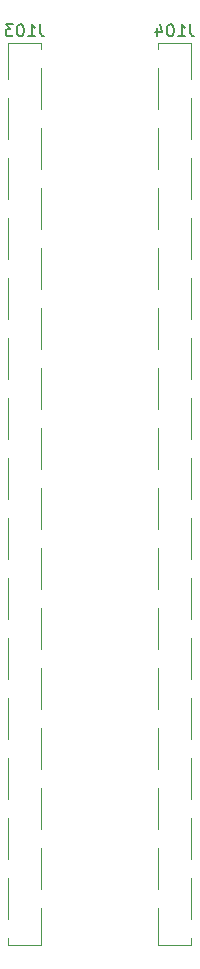
<source format=gbo>
G04 #@! TF.GenerationSoftware,KiCad,Pcbnew,9.0.6*
G04 #@! TF.CreationDate,2026-01-07T22:53:03-06:00*
G04 #@! TF.ProjectId,QFN-56_7x7_P0.4,51464e2d-3536-45f3-9778-375f50302e34,rev?*
G04 #@! TF.SameCoordinates,Original*
G04 #@! TF.FileFunction,Legend,Bot*
G04 #@! TF.FilePolarity,Positive*
%FSLAX46Y46*%
G04 Gerber Fmt 4.6, Leading zero omitted, Abs format (unit mm)*
G04 Created by KiCad (PCBNEW 9.0.6) date 2026-01-07 22:53:03*
%MOMM*%
%LPD*%
G01*
G04 APERTURE LIST*
%ADD10C,0.150000*%
%ADD11C,0.120000*%
%ADD12R,2.510000X1.000000*%
%ADD13C,1.700000*%
%ADD14R,1.700000X1.700000*%
G04 APERTURE END LIST*
D10*
X146065714Y-80894819D02*
X146065714Y-81609104D01*
X146065714Y-81609104D02*
X146113333Y-81751961D01*
X146113333Y-81751961D02*
X146208571Y-81847200D01*
X146208571Y-81847200D02*
X146351428Y-81894819D01*
X146351428Y-81894819D02*
X146446666Y-81894819D01*
X145065714Y-81894819D02*
X145637142Y-81894819D01*
X145351428Y-81894819D02*
X145351428Y-80894819D01*
X145351428Y-80894819D02*
X145446666Y-81037676D01*
X145446666Y-81037676D02*
X145541904Y-81132914D01*
X145541904Y-81132914D02*
X145637142Y-81180533D01*
X144446666Y-80894819D02*
X144351428Y-80894819D01*
X144351428Y-80894819D02*
X144256190Y-80942438D01*
X144256190Y-80942438D02*
X144208571Y-80990057D01*
X144208571Y-80990057D02*
X144160952Y-81085295D01*
X144160952Y-81085295D02*
X144113333Y-81275771D01*
X144113333Y-81275771D02*
X144113333Y-81513866D01*
X144113333Y-81513866D02*
X144160952Y-81704342D01*
X144160952Y-81704342D02*
X144208571Y-81799580D01*
X144208571Y-81799580D02*
X144256190Y-81847200D01*
X144256190Y-81847200D02*
X144351428Y-81894819D01*
X144351428Y-81894819D02*
X144446666Y-81894819D01*
X144446666Y-81894819D02*
X144541904Y-81847200D01*
X144541904Y-81847200D02*
X144589523Y-81799580D01*
X144589523Y-81799580D02*
X144637142Y-81704342D01*
X144637142Y-81704342D02*
X144684761Y-81513866D01*
X144684761Y-81513866D02*
X144684761Y-81275771D01*
X144684761Y-81275771D02*
X144637142Y-81085295D01*
X144637142Y-81085295D02*
X144589523Y-80990057D01*
X144589523Y-80990057D02*
X144541904Y-80942438D01*
X144541904Y-80942438D02*
X144446666Y-80894819D01*
X143256190Y-81228152D02*
X143256190Y-81894819D01*
X143494285Y-80847200D02*
X143732380Y-81561485D01*
X143732380Y-81561485D02*
X143113333Y-81561485D01*
X133365714Y-80894819D02*
X133365714Y-81609104D01*
X133365714Y-81609104D02*
X133413333Y-81751961D01*
X133413333Y-81751961D02*
X133508571Y-81847200D01*
X133508571Y-81847200D02*
X133651428Y-81894819D01*
X133651428Y-81894819D02*
X133746666Y-81894819D01*
X132365714Y-81894819D02*
X132937142Y-81894819D01*
X132651428Y-81894819D02*
X132651428Y-80894819D01*
X132651428Y-80894819D02*
X132746666Y-81037676D01*
X132746666Y-81037676D02*
X132841904Y-81132914D01*
X132841904Y-81132914D02*
X132937142Y-81180533D01*
X131746666Y-80894819D02*
X131651428Y-80894819D01*
X131651428Y-80894819D02*
X131556190Y-80942438D01*
X131556190Y-80942438D02*
X131508571Y-80990057D01*
X131508571Y-80990057D02*
X131460952Y-81085295D01*
X131460952Y-81085295D02*
X131413333Y-81275771D01*
X131413333Y-81275771D02*
X131413333Y-81513866D01*
X131413333Y-81513866D02*
X131460952Y-81704342D01*
X131460952Y-81704342D02*
X131508571Y-81799580D01*
X131508571Y-81799580D02*
X131556190Y-81847200D01*
X131556190Y-81847200D02*
X131651428Y-81894819D01*
X131651428Y-81894819D02*
X131746666Y-81894819D01*
X131746666Y-81894819D02*
X131841904Y-81847200D01*
X131841904Y-81847200D02*
X131889523Y-81799580D01*
X131889523Y-81799580D02*
X131937142Y-81704342D01*
X131937142Y-81704342D02*
X131984761Y-81513866D01*
X131984761Y-81513866D02*
X131984761Y-81275771D01*
X131984761Y-81275771D02*
X131937142Y-81085295D01*
X131937142Y-81085295D02*
X131889523Y-80990057D01*
X131889523Y-80990057D02*
X131841904Y-80942438D01*
X131841904Y-80942438D02*
X131746666Y-80894819D01*
X131079999Y-80894819D02*
X130460952Y-80894819D01*
X130460952Y-80894819D02*
X130794285Y-81275771D01*
X130794285Y-81275771D02*
X130651428Y-81275771D01*
X130651428Y-81275771D02*
X130556190Y-81323390D01*
X130556190Y-81323390D02*
X130508571Y-81371009D01*
X130508571Y-81371009D02*
X130460952Y-81466247D01*
X130460952Y-81466247D02*
X130460952Y-81704342D01*
X130460952Y-81704342D02*
X130508571Y-81799580D01*
X130508571Y-81799580D02*
X130556190Y-81847200D01*
X130556190Y-81847200D02*
X130651428Y-81894819D01*
X130651428Y-81894819D02*
X130937142Y-81894819D01*
X130937142Y-81894819D02*
X131032380Y-81847200D01*
X131032380Y-81847200D02*
X131079999Y-81799580D01*
D11*
X143400000Y-82440000D02*
X143400000Y-83010000D01*
X143400000Y-84630000D02*
X143400000Y-88090000D01*
X143400000Y-89710000D02*
X143400000Y-93170000D01*
X143400000Y-94790000D02*
X143400000Y-98250000D01*
X143400000Y-99870000D02*
X143400000Y-103330000D01*
X143400000Y-104950000D02*
X143400000Y-108410000D01*
X143400000Y-110030000D02*
X143400000Y-113490000D01*
X143400000Y-115110000D02*
X143400000Y-118570000D01*
X143400000Y-120190000D02*
X143400000Y-123650000D01*
X143400000Y-125270000D02*
X143400000Y-128730000D01*
X143400000Y-130350000D02*
X143400000Y-133810000D01*
X143400000Y-135430000D02*
X143400000Y-138890000D01*
X143400000Y-140510000D02*
X143400000Y-143970000D01*
X143400000Y-145590000D02*
X143400000Y-149050000D01*
X143400000Y-150670000D02*
X143400000Y-154130000D01*
X143400000Y-155750000D02*
X143400000Y-158860000D01*
X146160000Y-82440000D02*
X143400000Y-82440000D01*
X146160000Y-82440000D02*
X146160000Y-85550000D01*
X146160000Y-83010000D02*
X146160000Y-85550000D01*
X146160000Y-87170000D02*
X146160000Y-90630000D01*
X146160000Y-92250000D02*
X146160000Y-95710000D01*
X146160000Y-97330000D02*
X146160000Y-100790000D01*
X146160000Y-102410000D02*
X146160000Y-105870000D01*
X146160000Y-107490000D02*
X146160000Y-110950000D01*
X146160000Y-112570000D02*
X146160000Y-116030000D01*
X146160000Y-117650000D02*
X146160000Y-121110000D01*
X146160000Y-122730000D02*
X146160000Y-126190000D01*
X146160000Y-127810000D02*
X146160000Y-131270000D01*
X146160000Y-132890000D02*
X146160000Y-136350000D01*
X146160000Y-137970000D02*
X146160000Y-141430000D01*
X146160000Y-143050000D02*
X146160000Y-146510000D01*
X146160000Y-148130000D02*
X146160000Y-151590000D01*
X146160000Y-153210000D02*
X146160000Y-156670000D01*
X146160000Y-158290000D02*
X146160000Y-158860000D01*
X146160000Y-158860000D02*
X143400000Y-158860000D01*
X130700000Y-82440000D02*
X130700000Y-85550000D01*
X130700000Y-87170000D02*
X130700000Y-90630000D01*
X130700000Y-92250000D02*
X130700000Y-95710000D01*
X130700000Y-97330000D02*
X130700000Y-100790000D01*
X130700000Y-102410000D02*
X130700000Y-105870000D01*
X130700000Y-107490000D02*
X130700000Y-110950000D01*
X130700000Y-112570000D02*
X130700000Y-116030000D01*
X130700000Y-117650000D02*
X130700000Y-121110000D01*
X130700000Y-122730000D02*
X130700000Y-126190000D01*
X130700000Y-127810000D02*
X130700000Y-131270000D01*
X130700000Y-132890000D02*
X130700000Y-136350000D01*
X130700000Y-137970000D02*
X130700000Y-141430000D01*
X130700000Y-143050000D02*
X130700000Y-146510000D01*
X130700000Y-148130000D02*
X130700000Y-151590000D01*
X130700000Y-153210000D02*
X130700000Y-156670000D01*
X130700000Y-158290000D02*
X130700000Y-158860000D01*
X133460000Y-82440000D02*
X130700000Y-82440000D01*
X133460000Y-82440000D02*
X133460000Y-83010000D01*
X133460000Y-84630000D02*
X133460000Y-88090000D01*
X133460000Y-89710000D02*
X133460000Y-93170000D01*
X133460000Y-94790000D02*
X133460000Y-98250000D01*
X133460000Y-99870000D02*
X133460000Y-103330000D01*
X133460000Y-104950000D02*
X133460000Y-108410000D01*
X133460000Y-110030000D02*
X133460000Y-113490000D01*
X133460000Y-115110000D02*
X133460000Y-118570000D01*
X133460000Y-120190000D02*
X133460000Y-123650000D01*
X133460000Y-125270000D02*
X133460000Y-128730000D01*
X133460000Y-130350000D02*
X133460000Y-133810000D01*
X133460000Y-135430000D02*
X133460000Y-138890000D01*
X133460000Y-140510000D02*
X133460000Y-143970000D01*
X133460000Y-145590000D02*
X133460000Y-149050000D01*
X133460000Y-150670000D02*
X133460000Y-154130000D01*
X133460000Y-155750000D02*
X133460000Y-158860000D01*
X133460000Y-158860000D02*
X130700000Y-158860000D01*
%LPC*%
D12*
X143125000Y-83820000D03*
X146435000Y-86360000D03*
X143125000Y-88900000D03*
X146435000Y-91440000D03*
X143125000Y-93980000D03*
X146435000Y-96520000D03*
X143125000Y-99060000D03*
X146435000Y-101600000D03*
X143125000Y-104140000D03*
X146435000Y-106680000D03*
X143125000Y-109220000D03*
X146435000Y-111760000D03*
X143125000Y-114300000D03*
X146435000Y-116840000D03*
X143125000Y-119380000D03*
X146435000Y-121920000D03*
X143125000Y-124460000D03*
X146435000Y-127000000D03*
X143125000Y-129540000D03*
X146435000Y-132080000D03*
X143125000Y-134620000D03*
X146435000Y-137160000D03*
X143125000Y-139700000D03*
X146435000Y-142240000D03*
X143125000Y-144780000D03*
X146435000Y-147320000D03*
X143125000Y-149860000D03*
X146435000Y-152400000D03*
X143125000Y-154940000D03*
X146435000Y-157480000D03*
X133735000Y-83820000D03*
X130425000Y-86360000D03*
X133735000Y-88900000D03*
X130425000Y-91440000D03*
X133735000Y-93980000D03*
X130425000Y-96520000D03*
X133735000Y-99060000D03*
X130425000Y-101600000D03*
X133735000Y-104140000D03*
X130425000Y-106680000D03*
X133735000Y-109220000D03*
X130425000Y-111760000D03*
X133735000Y-114300000D03*
X130425000Y-116840000D03*
X133735000Y-119380000D03*
X130425000Y-121920000D03*
X133735000Y-124460000D03*
X130425000Y-127000000D03*
X133735000Y-129540000D03*
X130425000Y-132080000D03*
X133735000Y-134620000D03*
X130425000Y-137160000D03*
X133735000Y-139700000D03*
X130425000Y-142240000D03*
X133735000Y-144780000D03*
X130425000Y-147320000D03*
X133735000Y-149860000D03*
X130425000Y-152400000D03*
X133735000Y-154940000D03*
X130425000Y-157480000D03*
D13*
X149860000Y-83820000D03*
X149860000Y-86360000D03*
X149860000Y-88900000D03*
X149860000Y-91440000D03*
X149860000Y-93980000D03*
X149860000Y-96520000D03*
X149860000Y-99060000D03*
X149860000Y-101600000D03*
X149860000Y-104140000D03*
X149860000Y-106680000D03*
X149860000Y-109220000D03*
X149860000Y-111760000D03*
X149860000Y-114300000D03*
X149860000Y-116840000D03*
X149860000Y-119380000D03*
X149860000Y-121920000D03*
X149860000Y-124460000D03*
X149860000Y-127000000D03*
X149860000Y-129540000D03*
X149860000Y-132080000D03*
X149860000Y-134620000D03*
X149860000Y-137160000D03*
X149860000Y-139700000D03*
X149860000Y-142240000D03*
X149860000Y-144780000D03*
X149860000Y-147320000D03*
X149860000Y-149860000D03*
X149860000Y-152400000D03*
X149860000Y-154940000D03*
X149860000Y-157480000D03*
D14*
X127000000Y-83820000D03*
D13*
X127000000Y-86360000D03*
X127000000Y-88900000D03*
X127000000Y-91440000D03*
X127000000Y-93980000D03*
X127000000Y-96520000D03*
X127000000Y-99060000D03*
X127000000Y-101600000D03*
X127000000Y-104140000D03*
X127000000Y-106680000D03*
X127000000Y-109220000D03*
X127000000Y-111760000D03*
X127000000Y-114300000D03*
X127000000Y-116840000D03*
X127000000Y-119380000D03*
X127000000Y-121920000D03*
X127000000Y-124460000D03*
X127000000Y-127000000D03*
X127000000Y-129540000D03*
X127000000Y-132080000D03*
X127000000Y-134620000D03*
X127000000Y-137160000D03*
X127000000Y-139700000D03*
X127000000Y-142240000D03*
X127000000Y-144780000D03*
X127000000Y-147320000D03*
X127000000Y-149860000D03*
X127000000Y-152400000D03*
X127000000Y-154940000D03*
X127000000Y-157480000D03*
%LPD*%
M02*

</source>
